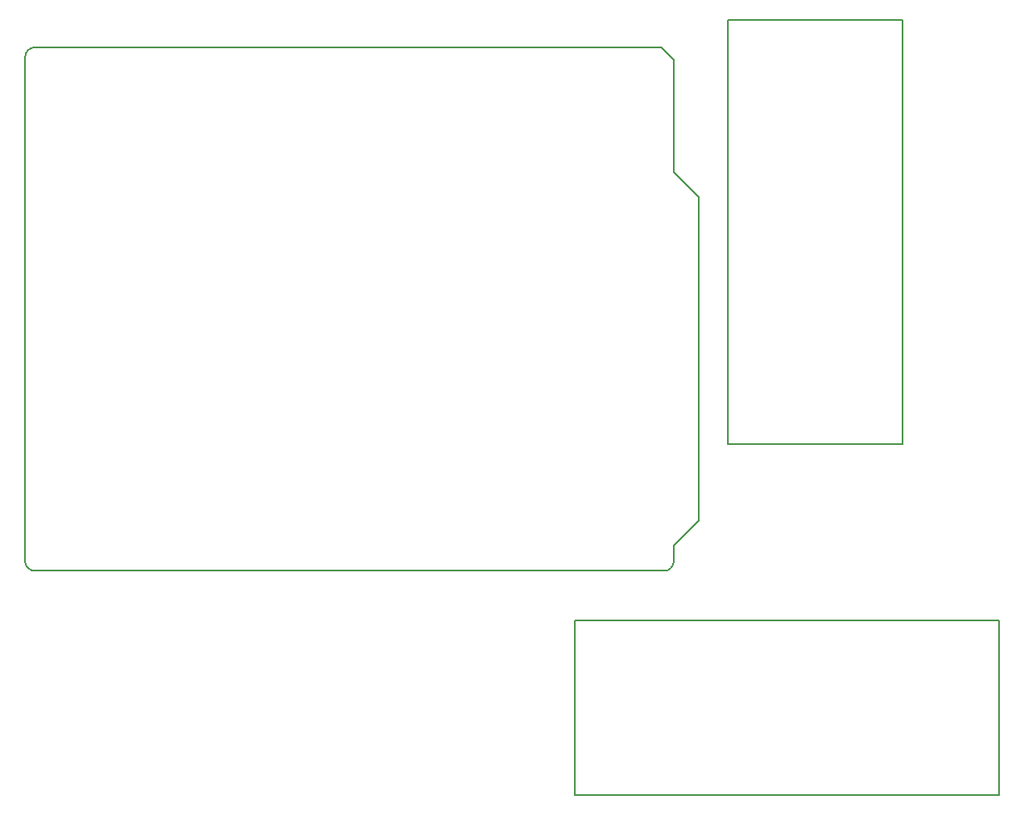
<source format=gm1>
G04 Layer_Color=16711935*
%FSLAX25Y25*%
%MOIN*%
G70*
G01*
G75*
%ADD84C,0.00500*%
D84*
X103106Y417774D02*
G03*
X99106Y413774I0J-4000D01*
G01*
Y211874D02*
G03*
X103106Y207874I4000J0D01*
G01*
X355106D02*
G03*
X359106Y211874I0J4000D01*
G01*
X359106Y217874D02*
X369106Y227874D01*
Y357774D01*
X359106Y367774D02*
X369106Y357774D01*
X359106Y367774D02*
Y412774D01*
X354106Y417774D02*
X359106Y412774D01*
X103106Y417774D02*
X354106D01*
X99106Y211874D02*
Y413774D01*
X103106Y207874D02*
X355106D01*
X359106Y211874D02*
Y217874D01*
X450827Y258701D02*
Y428701D01*
X380827D02*
X450827D01*
X380827Y258701D02*
Y428701D01*
Y258701D02*
X450827D01*
X319488Y188071D02*
X489488D01*
X319488Y118071D02*
Y188071D01*
Y118071D02*
X489488D01*
Y188071D01*
M02*

</source>
